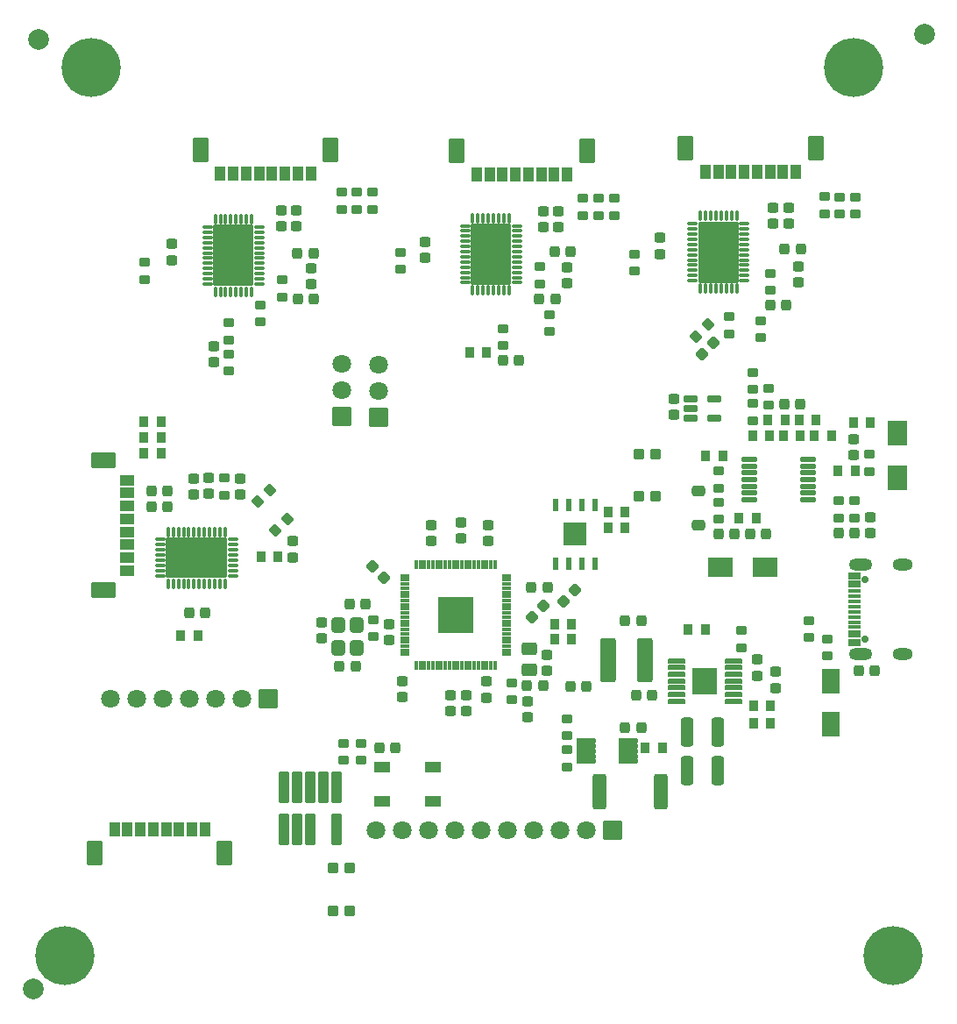
<source format=gts>
%TF.GenerationSoftware,KiCad,Pcbnew,9.0.5-9.0.5~ubuntu24.04.1*%
%TF.CreationDate,2025-10-12T17:01:00-07:00*%
%TF.ProjectId,motor_board,6d6f746f-725f-4626-9f61-72642e6b6963,1.3*%
%TF.SameCoordinates,Original*%
%TF.FileFunction,Soldermask,Top*%
%TF.FilePolarity,Negative*%
%FSLAX46Y46*%
G04 Gerber Fmt 4.6, Leading zero omitted, Abs format (unit mm)*
G04 Created by KiCad (PCBNEW 9.0.5-9.0.5~ubuntu24.04.1) date 2025-10-12 17:01:00*
%MOMM*%
%LPD*%
G01*
G04 APERTURE LIST*
G04 Aperture macros list*
%AMRoundRect*
0 Rectangle with rounded corners*
0 $1 Rounding radius*
0 $2 $3 $4 $5 $6 $7 $8 $9 X,Y pos of 4 corners*
0 Add a 4 corners polygon primitive as box body*
4,1,4,$2,$3,$4,$5,$6,$7,$8,$9,$2,$3,0*
0 Add four circle primitives for the rounded corners*
1,1,$1+$1,$2,$3*
1,1,$1+$1,$4,$5*
1,1,$1+$1,$6,$7*
1,1,$1+$1,$8,$9*
0 Add four rect primitives between the rounded corners*
20,1,$1+$1,$2,$3,$4,$5,0*
20,1,$1+$1,$4,$5,$6,$7,0*
20,1,$1+$1,$6,$7,$8,$9,0*
20,1,$1+$1,$8,$9,$2,$3,0*%
G04 Aperture macros list end*
%ADD10RoundRect,0.063500X0.800100X0.152400X-0.800100X0.152400X-0.800100X-0.152400X0.800100X-0.152400X0*%
%ADD11RoundRect,0.063500X1.155000X1.230000X-1.155000X1.230000X-1.155000X-1.230000X1.155000X-1.230000X0*%
%ADD12RoundRect,0.250400X0.250400X0.275400X-0.250400X0.275400X-0.250400X-0.275400X0.250400X-0.275400X0*%
%ADD13RoundRect,0.250400X-0.250400X-0.275400X0.250400X-0.275400X0.250400X0.275400X-0.250400X0.275400X0*%
%ADD14RoundRect,0.225400X0.300400X-0.225400X0.300400X0.225400X-0.300400X0.225400X-0.300400X-0.225400X0*%
%ADD15RoundRect,0.250400X0.275400X-0.250400X0.275400X0.250400X-0.275400X0.250400X-0.275400X-0.250400X0*%
%ADD16C,5.701600*%
%ADD17C,2.000000*%
%ADD18RoundRect,0.225400X0.225400X0.300400X-0.225400X0.300400X-0.225400X-0.300400X0.225400X-0.300400X0*%
%ADD19RoundRect,0.225400X-0.225400X-0.300400X0.225400X-0.300400X0.225400X0.300400X-0.225400X0.300400X0*%
%ADD20RoundRect,0.270735X0.392565X1.455065X-0.392565X1.455065X-0.392565X-1.455065X0.392565X-1.455065X0*%
%ADD21RoundRect,0.355555X0.445245X1.795245X-0.445245X1.795245X-0.445245X-1.795245X0.445245X-1.795245X0*%
%ADD22RoundRect,0.272087X-0.353713X-1.128713X0.353713X-1.128713X0.353713X1.128713X-0.353713X1.128713X0*%
%ADD23RoundRect,0.050800X0.889000X0.165100X-0.889000X0.165100X-0.889000X-0.165100X0.889000X-0.165100X0*%
%ADD24C,0.701600*%
%ADD25RoundRect,0.050800X0.575000X-0.300000X0.575000X0.300000X-0.575000X0.300000X-0.575000X-0.300000X0*%
%ADD26RoundRect,0.050800X0.575000X-0.150000X0.575000X0.150000X-0.575000X0.150000X-0.575000X-0.150000X0*%
%ADD27O,2.251600X1.151600*%
%ADD28O,1.951600X1.151600*%
%ADD29RoundRect,0.250400X0.371797X0.017678X0.017678X0.371797X-0.371797X-0.017678X-0.017678X-0.371797X0*%
%ADD30RoundRect,0.250400X-0.275400X0.250400X-0.275400X-0.250400X0.275400X-0.250400X0.275400X0.250400X0*%
%ADD31RoundRect,0.225400X-0.300400X0.225400X-0.300400X-0.225400X0.300400X-0.225400X0.300400X0.225400X0*%
%ADD32RoundRect,0.050800X-0.121236X-0.453033X0.121236X-0.453033X0.121236X0.453033X-0.121236X0.453033X0*%
%ADD33RoundRect,0.050800X-0.453033X0.121236X-0.453033X-0.121236X0.453033X-0.121236X0.453033X0.121236X0*%
%ADD34C,0.401600*%
%ADD35RoundRect,0.050800X-2.900000X1.900000X-2.900000X-1.900000X2.900000X-1.900000X2.900000X1.900000X0*%
%ADD36RoundRect,0.175400X-0.537900X-0.175400X0.537900X-0.175400X0.537900X0.175400X-0.537900X0.175400X0*%
%ADD37RoundRect,0.050800X-0.850000X0.850000X-0.850000X-0.850000X0.850000X-0.850000X0.850000X0.850000X0*%
%ADD38C,1.801600*%
%ADD39RoundRect,0.190740X0.676260X-1.016260X0.676260X1.016260X-0.676260X1.016260X-0.676260X-1.016260X0*%
%ADD40RoundRect,0.050800X0.121236X0.453033X-0.121236X0.453033X-0.121236X-0.453033X0.121236X-0.453033X0*%
%ADD41RoundRect,0.050800X1.900000X2.900000X-1.900000X2.900000X-1.900000X-2.900000X1.900000X-2.900000X0*%
%ADD42RoundRect,0.225400X-0.053033X0.371797X-0.371797X0.053033X0.053033X-0.371797X0.371797X-0.053033X0*%
%ADD43RoundRect,0.100160X-0.700640X-0.400640X0.700640X-0.400640X0.700640X0.400640X-0.700640X0.400640X0*%
%ADD44RoundRect,0.102000X-0.370000X-1.395000X0.370000X-1.395000X0.370000X1.395000X-0.370000X1.395000X0*%
%ADD45RoundRect,0.272087X-0.478713X0.353713X-0.478713X-0.353713X0.478713X-0.353713X0.478713X0.353713X0*%
%ADD46RoundRect,0.050800X-1.175000X0.850000X-1.175000X-0.850000X1.175000X-0.850000X1.175000X0.850000X0*%
%ADD47RoundRect,0.050800X0.450000X-0.450000X0.450000X0.450000X-0.450000X0.450000X-0.450000X-0.450000X0*%
%ADD48RoundRect,0.050800X-0.419100X-0.647700X0.419100X-0.647700X0.419100X0.647700X-0.419100X0.647700X0*%
%ADD49RoundRect,0.050800X-0.698500X-1.130300X0.698500X-1.130300X0.698500X1.130300X-0.698500X1.130300X0*%
%ADD50RoundRect,0.050800X0.850000X0.850000X-0.850000X0.850000X-0.850000X-0.850000X0.850000X-0.850000X0*%
%ADD51RoundRect,0.271166X-0.379634X0.479634X-0.379634X-0.479634X0.379634X-0.479634X0.379634X0.479634X0*%
%ADD52RoundRect,0.050800X0.419100X0.647700X-0.419100X0.647700X-0.419100X-0.647700X0.419100X-0.647700X0*%
%ADD53RoundRect,0.050800X0.698500X1.130300X-0.698500X1.130300X-0.698500X-1.130300X0.698500X-1.130300X0*%
%ADD54RoundRect,0.125400X0.662900X0.125400X-0.662900X0.125400X-0.662900X-0.125400X0.662900X-0.125400X0*%
%ADD55RoundRect,0.063500X-0.225000X0.525000X-0.225000X-0.525000X0.225000X-0.525000X0.225000X0.525000X0*%
%ADD56RoundRect,0.063500X-1.050000X-1.050000X1.050000X-1.050000X1.050000X1.050000X-1.050000X1.050000X0*%
%ADD57RoundRect,0.250400X0.017678X-0.371797X0.371797X-0.017678X-0.017678X0.371797X-0.371797X0.017678X0*%
%ADD58RoundRect,0.050800X-0.450000X0.450000X-0.450000X-0.450000X0.450000X-0.450000X0.450000X0.450000X0*%
%ADD59RoundRect,0.050800X-0.850000X-1.175000X0.850000X-1.175000X0.850000X1.175000X-0.850000X1.175000X0*%
%ADD60RoundRect,0.250400X-0.400400X0.250400X-0.400400X-0.250400X0.400400X-0.250400X0.400400X0.250400X0*%
%ADD61RoundRect,0.080400X-0.080400X-0.360400X0.080400X-0.360400X0.080400X0.360400X-0.080400X0.360400X0*%
%ADD62RoundRect,0.080400X-0.360400X0.080400X-0.360400X-0.080400X0.360400X-0.080400X0.360400X0.080400X0*%
%ADD63RoundRect,0.050800X-0.566666X0.566666X-0.566666X-0.566666X0.566666X-0.566666X0.566666X0.566666X0*%
%ADD64RoundRect,0.225400X0.053033X-0.371797X0.371797X-0.053033X-0.053033X0.371797X-0.371797X0.053033X0*%
%ADD65RoundRect,0.050800X0.647700X-0.419100X0.647700X0.419100X-0.647700X0.419100X-0.647700X-0.419100X0*%
%ADD66RoundRect,0.050800X1.130300X-0.698500X1.130300X0.698500X-1.130300X0.698500X-1.130300X-0.698500X0*%
%ADD67RoundRect,0.250400X-0.017678X0.371797X-0.371797X0.017678X0.017678X-0.371797X0.371797X-0.017678X0*%
%ADD68RoundRect,0.050800X0.850000X-0.850000X0.850000X0.850000X-0.850000X0.850000X-0.850000X-0.850000X0*%
G04 APERTURE END LIST*
D10*
X168004604Y-118740034D03*
X168004604Y-118090021D03*
X168004604Y-117440012D03*
X168004604Y-116790000D03*
X168004604Y-116139988D03*
X168004604Y-115489979D03*
X168004604Y-114839966D03*
X162467404Y-114839966D03*
X162467404Y-115489979D03*
X162467404Y-116139988D03*
X162467404Y-116790000D03*
X162467404Y-117440012D03*
X162467404Y-118090021D03*
X162467404Y-118740034D03*
D11*
X165236004Y-116790000D03*
D12*
X159069100Y-110973900D03*
X157519100Y-110973900D03*
D13*
X152225000Y-117300000D03*
X153775000Y-117300000D03*
X158603600Y-118152400D03*
X160153600Y-118152400D03*
D14*
X168776600Y-113579900D03*
X168776600Y-111929900D03*
D15*
X170237100Y-116260400D03*
X170237100Y-114710400D03*
D16*
X105946000Y-57564100D03*
X103426000Y-143294000D03*
X183426100Y-143294100D03*
X179606000Y-57564000D03*
D17*
X100330000Y-146558000D03*
D13*
X180100000Y-115800000D03*
X181650000Y-115800000D03*
D18*
X171570100Y-119168400D03*
X169920100Y-119168400D03*
D15*
X172015100Y-117466900D03*
X172015100Y-115916900D03*
D19*
X163619100Y-111773900D03*
X165269100Y-111773900D03*
X169920100Y-120882900D03*
X171570100Y-120882900D03*
D20*
X160962500Y-127500000D03*
X155037500Y-127500000D03*
D21*
X159464100Y-114786900D03*
X155864100Y-114786900D03*
D22*
X163507004Y-121743000D03*
X166457004Y-121743000D03*
X163507004Y-125454900D03*
X166457004Y-125454900D03*
D18*
X161119100Y-123223900D03*
X159469100Y-123223900D03*
D23*
X157838800Y-124549901D03*
X157838800Y-124049899D03*
X157838800Y-123549900D03*
X157838800Y-123049901D03*
X157838800Y-122549899D03*
X153749400Y-122549899D03*
X153749400Y-123049901D03*
X153749400Y-123549900D03*
X153749400Y-124049899D03*
X153749400Y-124549901D03*
D13*
X157519100Y-121323900D03*
X159069100Y-121323900D03*
D24*
X180735000Y-112735000D03*
X180735000Y-106965000D03*
D25*
X179660000Y-113050000D03*
X179660000Y-112250000D03*
D26*
X179660000Y-111100000D03*
X179660000Y-110100000D03*
X179660000Y-109600000D03*
X179660000Y-108600000D03*
D25*
X179660000Y-107450000D03*
X179660000Y-106650000D03*
D26*
X179660000Y-108100000D03*
X179660000Y-109100000D03*
X179660000Y-110600000D03*
X179660000Y-111600000D03*
D27*
X180235000Y-114170000D03*
D28*
X184375000Y-114170000D03*
D27*
X180235000Y-105530000D03*
D28*
X184375000Y-105530000D03*
D29*
X134217108Y-106846908D03*
X133121092Y-105750892D03*
D13*
X125897132Y-79926933D03*
X127447132Y-79926933D03*
D30*
X140650000Y-118175000D03*
X140650000Y-119725000D03*
D15*
X115823592Y-98815914D03*
X115823592Y-97265914D03*
D14*
X158400000Y-77225000D03*
X158400000Y-75575000D03*
D13*
X125847132Y-75451933D03*
X127397132Y-75451933D03*
D31*
X122300000Y-80475000D03*
X122300000Y-82125000D03*
D19*
X150719100Y-112773900D03*
X152369100Y-112773900D03*
D18*
X181219100Y-91873900D03*
X179569100Y-91873900D03*
D31*
X124397132Y-78051933D03*
X124397132Y-79701933D03*
D17*
X186436000Y-54356000D03*
D30*
X160847132Y-74001933D03*
X160847132Y-75551933D03*
D15*
X141694100Y-102998900D03*
X141694100Y-101448900D03*
D18*
X116225000Y-112400000D03*
X114575000Y-112400000D03*
D32*
X118866637Y-102380330D03*
X118366638Y-102380330D03*
X117866636Y-102380330D03*
X117366637Y-102380330D03*
X116866638Y-102380330D03*
X116366637Y-102380330D03*
X115866637Y-102380330D03*
X115366636Y-102380330D03*
X114866637Y-102380330D03*
X114366638Y-102380330D03*
X113866636Y-102380330D03*
X113366637Y-102380330D03*
D33*
X112613604Y-103133364D03*
X112613604Y-103633363D03*
X112613604Y-104133362D03*
X112613604Y-104633363D03*
X112613604Y-105133363D03*
X112613604Y-105633364D03*
X112613604Y-106133363D03*
X112613604Y-106633362D03*
D32*
X113366637Y-107386396D03*
X113866636Y-107386396D03*
X114366638Y-107386396D03*
X114866637Y-107386396D03*
X115366636Y-107386396D03*
X115866637Y-107386396D03*
X116366637Y-107386396D03*
X116866638Y-107386396D03*
X117366637Y-107386396D03*
X117866636Y-107386396D03*
X118366638Y-107386396D03*
X118866637Y-107386396D03*
D33*
X119619670Y-106633362D03*
X119619670Y-106133363D03*
X119619670Y-105633364D03*
X119619670Y-105133363D03*
X119619670Y-104633363D03*
X119619670Y-104133362D03*
X119619670Y-103633363D03*
X119619670Y-103133364D03*
D34*
X117366637Y-103383363D03*
X116116637Y-103383363D03*
X114866637Y-103383363D03*
X118616637Y-104383363D03*
X117366637Y-104383363D03*
X116116637Y-104383363D03*
X114866637Y-104383363D03*
X113616637Y-104383363D03*
D35*
X116116637Y-104883363D03*
D34*
X118616637Y-105383363D03*
X117366637Y-105383363D03*
X116116637Y-105383363D03*
X114866637Y-105383363D03*
X113616637Y-105383363D03*
X117366637Y-106383363D03*
X116116637Y-106383363D03*
X114866637Y-106383363D03*
D14*
X166594100Y-98148900D03*
X166594100Y-96498900D03*
D13*
X111773592Y-98465914D03*
X113323592Y-98465914D03*
D36*
X163862500Y-89550000D03*
X163862500Y-90500000D03*
X163862500Y-91450000D03*
X166137500Y-91450000D03*
X166137500Y-89550000D03*
D31*
X119222132Y-85201933D03*
X119222132Y-86851933D03*
D19*
X150719100Y-111273900D03*
X152369100Y-111273900D03*
D15*
X125438605Y-104836395D03*
X125438605Y-103286395D03*
D18*
X170169100Y-101073900D03*
X168519100Y-101073900D03*
X112688605Y-93261395D03*
X111038605Y-93261395D03*
D14*
X177032000Y-114387000D03*
X177032000Y-112737000D03*
D30*
X125757132Y-71301933D03*
X125757132Y-72851933D03*
D37*
X122996637Y-118483363D03*
D38*
X120456637Y-118483363D03*
X117916637Y-118483363D03*
X115376637Y-118483363D03*
X112836637Y-118483363D03*
X110296637Y-118483363D03*
X107756637Y-118483363D03*
D14*
X176797132Y-71676933D03*
X176797132Y-70026933D03*
D19*
X169819100Y-93073900D03*
X171469100Y-93073900D03*
D31*
X170600000Y-81975000D03*
X170600000Y-83625000D03*
D19*
X172819100Y-93073900D03*
X174469100Y-93073900D03*
D39*
X177400000Y-116850000D03*
X177400000Y-120950000D03*
D30*
X113747132Y-74601933D03*
X113747132Y-76151933D03*
D12*
X132444100Y-109323900D03*
X130894100Y-109323900D03*
D33*
X147050165Y-78326933D03*
X147050165Y-77826934D03*
X147050165Y-77326932D03*
X147050165Y-76826933D03*
X147050165Y-76326934D03*
X147050165Y-75826933D03*
X147050165Y-75326933D03*
X147050165Y-74826932D03*
X147050165Y-74326933D03*
X147050165Y-73826934D03*
X147050165Y-73326932D03*
X147050165Y-72826933D03*
D40*
X146297131Y-72073900D03*
X145797132Y-72073900D03*
X145297133Y-72073900D03*
X144797132Y-72073900D03*
X144297132Y-72073900D03*
X143797131Y-72073900D03*
X143297132Y-72073900D03*
X142797133Y-72073900D03*
D33*
X142044099Y-72826933D03*
X142044099Y-73326932D03*
X142044099Y-73826934D03*
X142044099Y-74326933D03*
X142044099Y-74826932D03*
X142044099Y-75326933D03*
X142044099Y-75826933D03*
X142044099Y-76326934D03*
X142044099Y-76826933D03*
X142044099Y-77326932D03*
X142044099Y-77826934D03*
X142044099Y-78326933D03*
D40*
X142797133Y-79079966D03*
X143297132Y-79079966D03*
X143797131Y-79079966D03*
X144297132Y-79079966D03*
X144797132Y-79079966D03*
X145297133Y-79079966D03*
X145797132Y-79079966D03*
X146297131Y-79079966D03*
D34*
X146047132Y-76826933D03*
X146047132Y-75576933D03*
X146047132Y-74326933D03*
X145047132Y-78076933D03*
X145047132Y-76826933D03*
X145047132Y-75576933D03*
X145047132Y-74326933D03*
X145047132Y-73076933D03*
D41*
X144547132Y-75576933D03*
D34*
X144047132Y-78076933D03*
X144047132Y-76826933D03*
X144047132Y-75576933D03*
X144047132Y-74326933D03*
X144047132Y-73076933D03*
X143047132Y-76826933D03*
X143047132Y-75576933D03*
X143047132Y-74326933D03*
D30*
X173322132Y-71051933D03*
X173322132Y-72601933D03*
X128200000Y-111125000D03*
X128200000Y-112675000D03*
D19*
X175819100Y-93073900D03*
X177469100Y-93073900D03*
D12*
X174419100Y-90073900D03*
X172869100Y-90073900D03*
D18*
X157519100Y-100473900D03*
X155869100Y-100473900D03*
D15*
X144294100Y-103248900D03*
X144294100Y-101698900D03*
D13*
X111773592Y-99965914D03*
X113323592Y-99965914D03*
D15*
X138794100Y-103248900D03*
X138794100Y-101698900D03*
D31*
X169844100Y-89998900D03*
X169844100Y-91648900D03*
X178112850Y-99398900D03*
X178112850Y-101048900D03*
D19*
X122338605Y-104786395D03*
X123988605Y-104786395D03*
D30*
X135994100Y-116798900D03*
X135994100Y-118348900D03*
D12*
X131469100Y-115373900D03*
X129919100Y-115373900D03*
D14*
X130122132Y-71251933D03*
X130122132Y-69601933D03*
D12*
X171119100Y-102573900D03*
X169569100Y-102573900D03*
D30*
X134750000Y-111298900D03*
X134750000Y-112848900D03*
D31*
X119222132Y-82201933D03*
X119222132Y-83851933D03*
D42*
X165530495Y-82368570D03*
X164363769Y-83535296D03*
D43*
X134044100Y-125123900D03*
X134044100Y-128423900D03*
X138944100Y-128423900D03*
X138944100Y-125123900D03*
D13*
X166569100Y-102573900D03*
X168119100Y-102573900D03*
D30*
X179619100Y-93448900D03*
X179619100Y-94998900D03*
D13*
X150719100Y-75323900D03*
X152269100Y-75323900D03*
X149219100Y-79873900D03*
X150769100Y-79873900D03*
D18*
X112698592Y-94765914D03*
X111048592Y-94765914D03*
D13*
X172922132Y-75076933D03*
X174472132Y-75076933D03*
D31*
X181119100Y-94898900D03*
X181119100Y-96548900D03*
D30*
X162200000Y-89550000D03*
X162200000Y-91100000D03*
D14*
X175300000Y-112600000D03*
X175300000Y-110950000D03*
D44*
X124547500Y-131141400D03*
X124547500Y-127071400D03*
X125817500Y-131141400D03*
X125817500Y-127071400D03*
X127087500Y-131141400D03*
X127087500Y-127071400D03*
X128357500Y-127071400D03*
X129627500Y-131141400D03*
X129627500Y-127071400D03*
D45*
X148294100Y-113648900D03*
X148294100Y-115698900D03*
D14*
X146594100Y-118598900D03*
X146594100Y-116948900D03*
D31*
X149244100Y-76798900D03*
X149244100Y-78448900D03*
D46*
X171060694Y-105800000D03*
X166760694Y-105800000D03*
D47*
X158844100Y-94873900D03*
X158844100Y-98973900D03*
X160444100Y-94873900D03*
X160444100Y-98973900D03*
D48*
X151919100Y-67868100D03*
X150669100Y-67868100D03*
X149419100Y-67868100D03*
X148169100Y-67868100D03*
X146919100Y-67868100D03*
X145669100Y-67868100D03*
X144419100Y-67868100D03*
X143169100Y-67868100D03*
D49*
X141269099Y-65573210D03*
X153819101Y-65573210D03*
D13*
X171522132Y-80476933D03*
X173072132Y-80476933D03*
D14*
X154919100Y-71848900D03*
X154919100Y-70198900D03*
X118800000Y-98825000D03*
X118800000Y-97175000D03*
D18*
X144119100Y-85073900D03*
X142469100Y-85073900D03*
D14*
X131622132Y-71251933D03*
X131622132Y-69601933D03*
X179644100Y-101048900D03*
X179644100Y-99398900D03*
D13*
X148044100Y-117273900D03*
X149594100Y-117273900D03*
D18*
X179719100Y-96473900D03*
X178069100Y-96473900D03*
D12*
X179669100Y-102473900D03*
X178119100Y-102473900D03*
D17*
X100838000Y-54864000D03*
D18*
X112688605Y-91761395D03*
X111038605Y-91761395D03*
D19*
X174319100Y-91573900D03*
X175969100Y-91573900D03*
D30*
X148069100Y-118723900D03*
X148069100Y-120273900D03*
D14*
X133097132Y-71251933D03*
X133097132Y-69601933D03*
X132044100Y-124436400D03*
X132044100Y-122786400D03*
X135800000Y-77025000D03*
X135800000Y-75375000D03*
D30*
X124297132Y-71301933D03*
X124297132Y-72851933D03*
D31*
X171547132Y-77401933D03*
X171547132Y-79051933D03*
D50*
X133700000Y-91290000D03*
D38*
X133700000Y-88750000D03*
X133700000Y-86210000D03*
D30*
X171822132Y-71051933D03*
X171822132Y-72601933D03*
D31*
X169844100Y-86998900D03*
X169844100Y-88648900D03*
D18*
X166969100Y-95023900D03*
X165319100Y-95023900D03*
D12*
X150019100Y-107723900D03*
X148469100Y-107723900D03*
D51*
X129844100Y-111373900D03*
X129844100Y-113573900D03*
X131544100Y-113573900D03*
X131544100Y-111373900D03*
D52*
X108186351Y-131098850D03*
X109436351Y-131098850D03*
X110686351Y-131098850D03*
X111936351Y-131098850D03*
X113186351Y-131098850D03*
X114436351Y-131098850D03*
X115686351Y-131098850D03*
X116936351Y-131098850D03*
D53*
X118836352Y-133393740D03*
X106286350Y-133393740D03*
D31*
X150200000Y-81400000D03*
X150200000Y-83050000D03*
D30*
X127197132Y-76926933D03*
X127197132Y-78476933D03*
D54*
X175206600Y-99273900D03*
X175206600Y-98623900D03*
X175206600Y-97973900D03*
X175206600Y-97323900D03*
X175206600Y-96673900D03*
X175206600Y-96023900D03*
X175206600Y-95373900D03*
X169481600Y-95373900D03*
X169481600Y-96023900D03*
X169481600Y-96673900D03*
X169481600Y-97323900D03*
X169481600Y-97973900D03*
X169481600Y-98623900D03*
X169481600Y-99273900D03*
D30*
X142150000Y-118175000D03*
X142150000Y-119725000D03*
D55*
X154599100Y-99773900D03*
X153329100Y-99773900D03*
X152059100Y-99773900D03*
X150789100Y-99773900D03*
X150789100Y-105473900D03*
X152059100Y-105473900D03*
X153329100Y-105473900D03*
X154599100Y-105473900D03*
D56*
X152694100Y-102623900D03*
D13*
X133794100Y-123273900D03*
X135344100Y-123273900D03*
D14*
X133194100Y-112498900D03*
X133194100Y-110848900D03*
D30*
X117747132Y-84476933D03*
X117747132Y-86026933D03*
D48*
X174022132Y-67651933D03*
X172772132Y-67651933D03*
X171522132Y-67651933D03*
X170272132Y-67651933D03*
X169022132Y-67651933D03*
X167772132Y-67651933D03*
X166522132Y-67651933D03*
X165272132Y-67651933D03*
D49*
X163372131Y-65357043D03*
X175922133Y-65357043D03*
D33*
X169050165Y-78126933D03*
X169050165Y-77626934D03*
X169050165Y-77126932D03*
X169050165Y-76626933D03*
X169050165Y-76126934D03*
X169050165Y-75626933D03*
X169050165Y-75126933D03*
X169050165Y-74626932D03*
X169050165Y-74126933D03*
X169050165Y-73626934D03*
X169050165Y-73126932D03*
X169050165Y-72626933D03*
D40*
X168297131Y-71873900D03*
X167797132Y-71873900D03*
X167297133Y-71873900D03*
X166797132Y-71873900D03*
X166297132Y-71873900D03*
X165797131Y-71873900D03*
X165297132Y-71873900D03*
X164797133Y-71873900D03*
D33*
X164044099Y-72626933D03*
X164044099Y-73126932D03*
X164044099Y-73626934D03*
X164044099Y-74126933D03*
X164044099Y-74626932D03*
X164044099Y-75126933D03*
X164044099Y-75626933D03*
X164044099Y-76126934D03*
X164044099Y-76626933D03*
X164044099Y-77126932D03*
X164044099Y-77626934D03*
X164044099Y-78126933D03*
D40*
X164797133Y-78879966D03*
X165297132Y-78879966D03*
X165797131Y-78879966D03*
X166297132Y-78879966D03*
X166797132Y-78879966D03*
X167297133Y-78879966D03*
X167797132Y-78879966D03*
X168297131Y-78879966D03*
D34*
X168047132Y-76626933D03*
X168047132Y-75376933D03*
X168047132Y-74126933D03*
X167047132Y-77876933D03*
X167047132Y-76626933D03*
X167047132Y-75376933D03*
X167047132Y-74126933D03*
X167047132Y-72876933D03*
D41*
X166547132Y-75376933D03*
D34*
X166047132Y-77876933D03*
X166047132Y-76626933D03*
X166047132Y-75376933D03*
X166047132Y-74126933D03*
X166047132Y-72876933D03*
X165047132Y-76626933D03*
X165047132Y-75376933D03*
X165047132Y-74126933D03*
D57*
X148546092Y-110596908D03*
X149642108Y-109500892D03*
D58*
X130940425Y-138957500D03*
X130940425Y-134857500D03*
X129340425Y-138957500D03*
X129340425Y-134857500D03*
D14*
X111100000Y-78025000D03*
X111100000Y-76375000D03*
X179747132Y-71701933D03*
X179747132Y-70051933D03*
D13*
X115388605Y-110186395D03*
X116938605Y-110186395D03*
D59*
X183844100Y-92873900D03*
X183844100Y-97173900D03*
D13*
X145719100Y-85823900D03*
X147269100Y-85823900D03*
D30*
X149994100Y-114248900D03*
X149994100Y-115798900D03*
D19*
X171319100Y-91573900D03*
X172969100Y-91573900D03*
D30*
X151894100Y-76848900D03*
X151894100Y-78398900D03*
D50*
X130150000Y-91280000D03*
D38*
X130150000Y-88740000D03*
X130150000Y-86200000D03*
D30*
X181169100Y-100948900D03*
X181169100Y-102498900D03*
X138194100Y-74398900D03*
X138194100Y-75948900D03*
D33*
X122175165Y-78451933D03*
X122175165Y-77951934D03*
X122175165Y-77451932D03*
X122175165Y-76951933D03*
X122175165Y-76451934D03*
X122175165Y-75951933D03*
X122175165Y-75451933D03*
X122175165Y-74951932D03*
X122175165Y-74451933D03*
X122175165Y-73951934D03*
X122175165Y-73451932D03*
X122175165Y-72951933D03*
D40*
X121422131Y-72198900D03*
X120922132Y-72198900D03*
X120422133Y-72198900D03*
X119922132Y-72198900D03*
X119422132Y-72198900D03*
X118922131Y-72198900D03*
X118422132Y-72198900D03*
X117922133Y-72198900D03*
D33*
X117169099Y-72951933D03*
X117169099Y-73451932D03*
X117169099Y-73951934D03*
X117169099Y-74451933D03*
X117169099Y-74951932D03*
X117169099Y-75451933D03*
X117169099Y-75951933D03*
X117169099Y-76451934D03*
X117169099Y-76951933D03*
X117169099Y-77451932D03*
X117169099Y-77951934D03*
X117169099Y-78451933D03*
D40*
X117922133Y-79204966D03*
X118422132Y-79204966D03*
X118922131Y-79204966D03*
X119422132Y-79204966D03*
X119922132Y-79204966D03*
X120422133Y-79204966D03*
X120922132Y-79204966D03*
X121422131Y-79204966D03*
D34*
X121172132Y-76951933D03*
X121172132Y-75701933D03*
X121172132Y-74451933D03*
X120172132Y-78201933D03*
X120172132Y-76951933D03*
X120172132Y-75701933D03*
X120172132Y-74451933D03*
X120172132Y-73201933D03*
D41*
X119672132Y-75701933D03*
D34*
X119172132Y-78201933D03*
X119172132Y-76951933D03*
X119172132Y-75701933D03*
X119172132Y-74451933D03*
X119172132Y-73201933D03*
X118172132Y-76951933D03*
X118172132Y-75701933D03*
X118172132Y-74451933D03*
D30*
X174297132Y-76751933D03*
X174297132Y-78301933D03*
D31*
X167597132Y-81601933D03*
X167597132Y-83251933D03*
X166594100Y-99498900D03*
X166594100Y-101148900D03*
X171344100Y-88498900D03*
X171344100Y-90148900D03*
D14*
X178272132Y-71701933D03*
X178272132Y-70051933D03*
X153394100Y-71848900D03*
X153394100Y-70198900D03*
D30*
X144144100Y-116848900D03*
X144144100Y-118398900D03*
D15*
X117300000Y-98675000D03*
X117300000Y-97125000D03*
D31*
X151894100Y-123448900D03*
X151894100Y-125098900D03*
D19*
X155869100Y-101973900D03*
X157519100Y-101973900D03*
D60*
X164644100Y-98473900D03*
X164644100Y-101773900D03*
D30*
X149584100Y-71398900D03*
X149584100Y-72948900D03*
D15*
X120300000Y-98775000D03*
X120300000Y-97225000D03*
D61*
X144944100Y-105527400D03*
X144544100Y-105527400D03*
X144144100Y-105527400D03*
X143744100Y-105527400D03*
X143344100Y-105527400D03*
X142944100Y-105527400D03*
X142544100Y-105527400D03*
X142144100Y-105527400D03*
X141744100Y-105527400D03*
X141344100Y-105527400D03*
X140944100Y-105527400D03*
X140544100Y-105527400D03*
X140144100Y-105527400D03*
X139744100Y-105527400D03*
X139344100Y-105527400D03*
X138944100Y-105527400D03*
X138544100Y-105527400D03*
X138144100Y-105527400D03*
X137744100Y-105527400D03*
X137344100Y-105527400D03*
D62*
X136247600Y-106623900D03*
X136247600Y-107023900D03*
X136247600Y-107423900D03*
X136247600Y-107823900D03*
X136247600Y-108223900D03*
X136247600Y-108623900D03*
X136247600Y-109023900D03*
X136247600Y-109423900D03*
X136247600Y-109823900D03*
X136247600Y-110223900D03*
X136247600Y-110623900D03*
X136247600Y-111023900D03*
X136247600Y-111423900D03*
X136247600Y-111823900D03*
X136247600Y-112223900D03*
X136247600Y-112623900D03*
X136247600Y-113023900D03*
X136247600Y-113423900D03*
X136247600Y-113823900D03*
X136247600Y-114223900D03*
D61*
X137344100Y-115320400D03*
X137744100Y-115320400D03*
X138144100Y-115320400D03*
X138544100Y-115320400D03*
X138944100Y-115320400D03*
X139344100Y-115320400D03*
X139744100Y-115320400D03*
X140144100Y-115320400D03*
X140544100Y-115320400D03*
X140944100Y-115320400D03*
X141344100Y-115320400D03*
X141744100Y-115320400D03*
X142144100Y-115320400D03*
X142544100Y-115320400D03*
X142944100Y-115320400D03*
X143344100Y-115320400D03*
X143744100Y-115320400D03*
X144144100Y-115320400D03*
X144544100Y-115320400D03*
X144944100Y-115320400D03*
D62*
X146040600Y-114223900D03*
X146040600Y-113823900D03*
X146040600Y-113423900D03*
X146040600Y-113023900D03*
X146040600Y-112623900D03*
X146040600Y-112223900D03*
X146040600Y-111823900D03*
X146040600Y-111423900D03*
X146040600Y-111023900D03*
X146040600Y-110623900D03*
X146040600Y-110223900D03*
X146040600Y-109823900D03*
X146040600Y-109423900D03*
X146040600Y-109023900D03*
X146040600Y-108623900D03*
X146040600Y-108223900D03*
X146040600Y-107823900D03*
X146040600Y-107423900D03*
X146040600Y-107023900D03*
X146040600Y-106623900D03*
D24*
X142277433Y-109290567D03*
D63*
X142277433Y-109290567D03*
D24*
X141144100Y-109290567D03*
D63*
X141144100Y-109290567D03*
D24*
X140010767Y-109290567D03*
D63*
X140010767Y-109290567D03*
D24*
X142277433Y-110423900D03*
D63*
X142277433Y-110423900D03*
D24*
X141144100Y-110423900D03*
D63*
X141144100Y-110423900D03*
D24*
X140010767Y-110423900D03*
D63*
X140010767Y-110423900D03*
D24*
X142277433Y-111557233D03*
D63*
X142277433Y-111557233D03*
D24*
X141144100Y-111557233D03*
D63*
X141144100Y-111557233D03*
D24*
X140010767Y-111557233D03*
D63*
X140010767Y-111557233D03*
D31*
X145744100Y-82748900D03*
X145744100Y-84398900D03*
D64*
X122016637Y-99483363D03*
X123183363Y-98316637D03*
D65*
X109373592Y-97390914D03*
X109373592Y-98640914D03*
X109373592Y-99890914D03*
X109373592Y-101140914D03*
X109373592Y-102390914D03*
X109373592Y-103640914D03*
X109373592Y-104890914D03*
X109373592Y-106140914D03*
D66*
X107078702Y-108040915D03*
X107078702Y-95490913D03*
D64*
X123716637Y-102283363D03*
X124883363Y-101116637D03*
D67*
X152692108Y-107975892D03*
X151596092Y-109071908D03*
D48*
X127147132Y-67796133D03*
X125897132Y-67796133D03*
X124647132Y-67796133D03*
X123397132Y-67796133D03*
X122147132Y-67796133D03*
X120897132Y-67796133D03*
X119647132Y-67796133D03*
X118397132Y-67796133D03*
D49*
X116497131Y-65501243D03*
X129047133Y-65501243D03*
D30*
X151094100Y-71398900D03*
X151094100Y-72948900D03*
D14*
X130294100Y-124436400D03*
X130294100Y-122786400D03*
X151894100Y-122098900D03*
X151894100Y-120448900D03*
X156444100Y-71848900D03*
X156444100Y-70198900D03*
D67*
X166020140Y-84103925D03*
X164924124Y-85199941D03*
D68*
X156282000Y-131200000D03*
D38*
X153742000Y-131200000D03*
X151202000Y-131200000D03*
X148662000Y-131200000D03*
X146122000Y-131200000D03*
X143582000Y-131200000D03*
X141042000Y-131200000D03*
X138502000Y-131200000D03*
X135962000Y-131200000D03*
X133422000Y-131200000D03*
M02*

</source>
